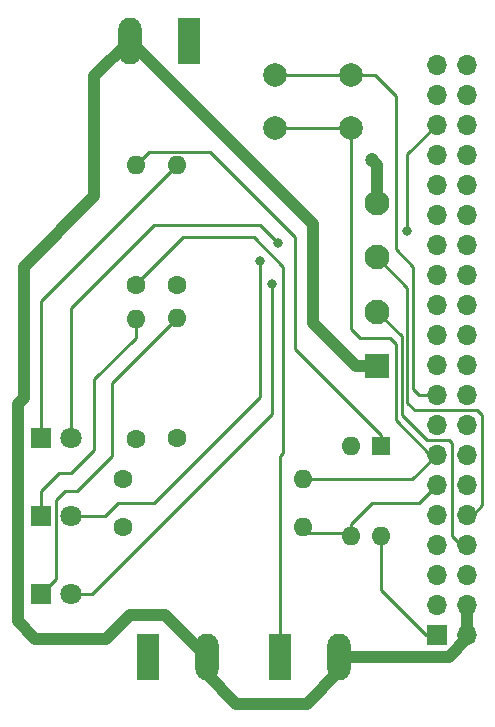
<source format=gtl>
G04 #@! TF.GenerationSoftware,KiCad,Pcbnew,(6.0.7-1)-1*
G04 #@! TF.CreationDate,2022-10-15T14:15:15+02:00*
G04 #@! TF.ProjectId,PicoWeather,5069636f-5765-4617-9468-65722e6b6963,rev?*
G04 #@! TF.SameCoordinates,Original*
G04 #@! TF.FileFunction,Copper,L1,Top*
G04 #@! TF.FilePolarity,Positive*
%FSLAX46Y46*%
G04 Gerber Fmt 4.6, Leading zero omitted, Abs format (unit mm)*
G04 Created by KiCad (PCBNEW (6.0.7-1)-1) date 2022-10-15 14:15:15*
%MOMM*%
%LPD*%
G01*
G04 APERTURE LIST*
G04 Aperture macros list*
%AMRoundRect*
0 Rectangle with rounded corners*
0 $1 Rounding radius*
0 $2 $3 $4 $5 $6 $7 $8 $9 X,Y pos of 4 corners*
0 Add a 4 corners polygon primitive as box body*
4,1,4,$2,$3,$4,$5,$6,$7,$8,$9,$2,$3,0*
0 Add four circle primitives for the rounded corners*
1,1,$1+$1,$2,$3*
1,1,$1+$1,$4,$5*
1,1,$1+$1,$6,$7*
1,1,$1+$1,$8,$9*
0 Add four rect primitives between the rounded corners*
20,1,$1+$1,$2,$3,$4,$5,0*
20,1,$1+$1,$4,$5,$6,$7,0*
20,1,$1+$1,$6,$7,$8,$9,0*
20,1,$1+$1,$8,$9,$2,$3,0*%
G04 Aperture macros list end*
G04 #@! TA.AperFunction,ComponentPad*
%ADD10C,1.600000*%
G04 #@! TD*
G04 #@! TA.AperFunction,ComponentPad*
%ADD11O,1.600000X1.600000*%
G04 #@! TD*
G04 #@! TA.AperFunction,ComponentPad*
%ADD12R,1.800000X1.800000*%
G04 #@! TD*
G04 #@! TA.AperFunction,ComponentPad*
%ADD13C,1.800000*%
G04 #@! TD*
G04 #@! TA.AperFunction,ComponentPad*
%ADD14R,1.600000X1.600000*%
G04 #@! TD*
G04 #@! TA.AperFunction,ComponentPad*
%ADD15R,1.980000X3.960000*%
G04 #@! TD*
G04 #@! TA.AperFunction,ComponentPad*
%ADD16O,1.980000X3.960000*%
G04 #@! TD*
G04 #@! TA.AperFunction,ComponentPad*
%ADD17C,2.000000*%
G04 #@! TD*
G04 #@! TA.AperFunction,ComponentPad*
%ADD18R,1.700000X1.700000*%
G04 #@! TD*
G04 #@! TA.AperFunction,ComponentPad*
%ADD19O,1.700000X1.700000*%
G04 #@! TD*
G04 #@! TA.AperFunction,ComponentPad*
%ADD20RoundRect,0.250001X0.799999X-0.799999X0.799999X0.799999X-0.799999X0.799999X-0.799999X-0.799999X0*%
G04 #@! TD*
G04 #@! TA.AperFunction,ComponentPad*
%ADD21C,2.100000*%
G04 #@! TD*
G04 #@! TA.AperFunction,ViaPad*
%ADD22C,0.800000*%
G04 #@! TD*
G04 #@! TA.AperFunction,ViaPad*
%ADD23C,1.200000*%
G04 #@! TD*
G04 #@! TA.AperFunction,Conductor*
%ADD24C,0.250000*%
G04 #@! TD*
G04 #@! TA.AperFunction,Conductor*
%ADD25C,1.000000*%
G04 #@! TD*
G04 APERTURE END LIST*
D10*
X68380000Y-97500000D03*
D11*
X83620000Y-97500000D03*
D12*
X61500000Y-103208000D03*
D13*
X64040000Y-103208000D03*
D14*
X90275000Y-90700000D03*
D11*
X87735000Y-90700000D03*
X87735000Y-98320000D03*
X90275000Y-98320000D03*
D15*
X70500000Y-108500000D03*
D16*
X75500000Y-108500000D03*
D10*
X68380000Y-93500000D03*
D11*
X83620000Y-93500000D03*
D15*
X81735000Y-108500000D03*
D16*
X86735000Y-108500000D03*
D12*
X61500000Y-96604000D03*
D13*
X64040000Y-96604000D03*
D12*
X61500000Y-90000000D03*
D13*
X64040000Y-90000000D03*
D17*
X81250000Y-59250000D03*
X87750000Y-59250000D03*
X81250000Y-63750000D03*
X87750000Y-63750000D03*
D10*
X73000000Y-90000000D03*
D11*
X73000000Y-79840000D03*
D18*
X95000000Y-106650000D03*
D19*
X97540000Y-106650000D03*
X95000000Y-104110000D03*
X97540000Y-104110000D03*
X95000000Y-101570000D03*
X97540000Y-101570000D03*
X95000000Y-99030000D03*
X97540000Y-99030000D03*
X95000000Y-96490000D03*
X97540000Y-96490000D03*
X95000000Y-93950000D03*
X97540000Y-93950000D03*
X95000000Y-91410000D03*
X97540000Y-91410000D03*
X95000000Y-88870000D03*
X97540000Y-88870000D03*
X95000000Y-86330000D03*
X97540000Y-86330000D03*
X95000000Y-83790000D03*
X97540000Y-83790000D03*
X95000000Y-81250000D03*
X97540000Y-81250000D03*
X95000000Y-78710000D03*
X97540000Y-78710000D03*
X95000000Y-76170000D03*
X97540000Y-76170000D03*
X95000000Y-73630000D03*
X97540000Y-73630000D03*
X95000000Y-71090000D03*
X97540000Y-71090000D03*
X95000000Y-68550000D03*
X97540000Y-68550000D03*
X95000000Y-66010000D03*
X97540000Y-66010000D03*
X95000000Y-63470000D03*
X97540000Y-63470000D03*
X95000000Y-60930000D03*
X97540000Y-60930000D03*
X95000000Y-58390000D03*
X97540000Y-58390000D03*
D10*
X69500000Y-90080000D03*
D11*
X69500000Y-79920000D03*
D10*
X69500000Y-77080000D03*
D11*
X69500000Y-66920000D03*
D15*
X74000000Y-56372000D03*
D16*
X69000000Y-56372000D03*
D10*
X73000000Y-77080000D03*
D11*
X73000000Y-66920000D03*
D20*
X89925000Y-83900000D03*
D21*
X89925000Y-79300000D03*
X89925000Y-74700000D03*
X89925000Y-70100000D03*
D22*
X81500000Y-73500000D03*
X80000000Y-75000000D03*
X92500000Y-72500000D03*
X81000000Y-77000000D03*
D23*
X89500000Y-66500000D03*
D24*
X61500000Y-78420000D02*
X73000000Y-66920000D01*
X61500000Y-90000000D02*
X61500000Y-78420000D01*
X80000000Y-72000000D02*
X71000000Y-72000000D01*
X64040000Y-78960000D02*
X64040000Y-90000000D01*
X81500000Y-73500000D02*
X80000000Y-72000000D01*
X71000000Y-72000000D02*
X64040000Y-78960000D01*
X66000000Y-85000000D02*
X66000000Y-91000000D01*
X64000000Y-93000000D02*
X62965901Y-93000000D01*
X62965901Y-93000000D02*
X61500000Y-94465901D01*
X69500000Y-81500000D02*
X66000000Y-85000000D01*
X66000000Y-91000000D02*
X64000000Y-93000000D01*
X69500000Y-79920000D02*
X69500000Y-81500000D01*
X61500000Y-96604000D02*
X61500000Y-94465901D01*
X66896000Y-96604000D02*
X64040000Y-96604000D01*
X80000000Y-86500000D02*
X71000000Y-95500000D01*
X71000000Y-95500000D02*
X68000000Y-95500000D01*
X80000000Y-75000000D02*
X80000000Y-86500000D01*
X68000000Y-95500000D02*
X66896000Y-96604000D01*
X62782419Y-95217581D02*
X62782419Y-101925581D01*
X61500000Y-103208000D02*
X62782419Y-101925581D01*
X64500000Y-94500000D02*
X63500000Y-94500000D01*
X63500000Y-94500000D02*
X62782419Y-95217581D01*
X73000000Y-79840000D02*
X67500000Y-85340000D01*
X67500000Y-91500000D02*
X64500000Y-94500000D01*
X67500000Y-85340000D02*
X67500000Y-91500000D01*
X81000000Y-77000000D02*
X81000000Y-88000000D01*
X92500000Y-72500000D02*
X92500000Y-65970000D01*
X92500000Y-65970000D02*
X95000000Y-63470000D01*
X65792000Y-103208000D02*
X64040000Y-103208000D01*
X81000000Y-88000000D02*
X65792000Y-103208000D01*
D25*
X89925000Y-66925000D02*
X89925000Y-70100000D01*
X89500000Y-66500000D02*
X89925000Y-66925000D01*
X86735000Y-109765000D02*
X86735000Y-108500000D01*
X97540000Y-106960000D02*
X96000000Y-108500000D01*
X69000000Y-56372000D02*
X66000000Y-59372000D01*
X61000000Y-107000000D02*
X67000000Y-107000000D01*
X75500000Y-110000000D02*
X78000000Y-112500000D01*
X59500000Y-105500000D02*
X61000000Y-107000000D01*
X84500000Y-71872000D02*
X84500000Y-80250000D01*
X96000000Y-108500000D02*
X86735000Y-108500000D01*
X66000000Y-59372000D02*
X66000000Y-69500000D01*
X78000000Y-112500000D02*
X84000000Y-112500000D01*
X72000000Y-105000000D02*
X75500000Y-108500000D01*
X75500000Y-108500000D02*
X75500000Y-110000000D01*
X69000000Y-56372000D02*
X84500000Y-71872000D01*
X67000000Y-107000000D02*
X69000000Y-105000000D01*
X97540000Y-106650000D02*
X97540000Y-106960000D01*
X60000000Y-75500000D02*
X60000000Y-86650000D01*
X60000000Y-86650000D02*
X59500000Y-87150000D01*
X84500000Y-80250000D02*
X88150000Y-83900000D01*
X88150000Y-83900000D02*
X89925000Y-83900000D01*
X66000000Y-69500000D02*
X60000000Y-75500000D01*
X97540000Y-106650000D02*
X97540000Y-104110000D01*
X59500000Y-87150000D02*
X59500000Y-105500000D01*
X84000000Y-112500000D02*
X86735000Y-109765000D01*
X69000000Y-105000000D02*
X72000000Y-105000000D01*
D24*
X81736266Y-91500000D02*
X81736266Y-108498734D01*
X73500000Y-73000000D02*
X79500000Y-73000000D01*
X69500000Y-77080000D02*
X69500000Y-77000000D01*
X81736266Y-108498734D02*
X81735000Y-108500000D01*
X69500000Y-77000000D02*
X73500000Y-73000000D01*
X82000000Y-75500000D02*
X82000000Y-91236266D01*
X82000000Y-91236266D02*
X81736266Y-91500000D01*
X79500000Y-73000000D02*
X82000000Y-75500000D01*
X97540000Y-99030000D02*
X97030000Y-99030000D01*
X96007330Y-90140801D02*
X94124950Y-90140801D01*
X92000000Y-81375000D02*
X89925000Y-79300000D01*
X92000000Y-88015851D02*
X92000000Y-81375000D01*
X94124950Y-90140801D02*
X92000000Y-88015851D01*
X96268558Y-90402029D02*
X96007330Y-90140801D01*
X96268558Y-98268558D02*
X96268558Y-90402029D01*
X97030000Y-99030000D02*
X96268558Y-98268558D01*
X98369846Y-87602413D02*
X98841556Y-88074123D01*
X98841556Y-95673444D02*
X98025000Y-96490000D01*
X92500000Y-77275000D02*
X92500000Y-87000000D01*
X98025000Y-96490000D02*
X97540000Y-96490000D01*
X89925000Y-74700000D02*
X92500000Y-77275000D01*
X93102413Y-87602413D02*
X98369846Y-87602413D01*
X98841556Y-88074123D02*
X98841556Y-95673444D01*
X92500000Y-87000000D02*
X93102413Y-87602413D01*
X93000000Y-75500000D02*
X91500000Y-74000000D01*
X89750000Y-59250000D02*
X87750000Y-59250000D01*
X91500000Y-74000000D02*
X91500000Y-61000000D01*
X93466396Y-86330000D02*
X93000000Y-85863604D01*
X95000000Y-86330000D02*
X93466396Y-86330000D01*
X90275000Y-102850000D02*
X94075000Y-106650000D01*
X94075000Y-106650000D02*
X95000000Y-106650000D01*
X90275000Y-98320000D02*
X90275000Y-102850000D01*
X93000000Y-85863604D02*
X93000000Y-75500000D01*
X91500000Y-61000000D02*
X89750000Y-59250000D01*
X81250000Y-59250000D02*
X87750000Y-59250000D01*
X87735000Y-98320000D02*
X87735000Y-97265000D01*
X84120000Y-98000000D02*
X87415000Y-98000000D01*
X89500000Y-95500000D02*
X93450000Y-95500000D01*
X87735000Y-97265000D02*
X89500000Y-95500000D01*
X83620000Y-97500000D02*
X84120000Y-98000000D01*
X93450000Y-95500000D02*
X95000000Y-93950000D01*
X87415000Y-98000000D02*
X87735000Y-98320000D01*
X83620000Y-93500000D02*
X92910000Y-93500000D01*
X91000000Y-81500000D02*
X91500000Y-82000000D01*
X87750000Y-63750000D02*
X81250000Y-63750000D01*
X88500000Y-81500000D02*
X91000000Y-81500000D01*
X91500000Y-82000000D02*
X91500000Y-88500000D01*
X91500000Y-88500000D02*
X94410000Y-91410000D01*
X94410000Y-91410000D02*
X95000000Y-91410000D01*
X87750000Y-63750000D02*
X87750000Y-80750000D01*
X92910000Y-93500000D02*
X95000000Y-91410000D01*
X87750000Y-80750000D02*
X88500000Y-81500000D01*
X90275000Y-89775000D02*
X83000000Y-82500000D01*
X70625000Y-65795000D02*
X69500000Y-66920000D01*
X83000000Y-82500000D02*
X83000000Y-73000000D01*
X75795000Y-65795000D02*
X70625000Y-65795000D01*
X90275000Y-90700000D02*
X90275000Y-89775000D01*
X83000000Y-73000000D02*
X75795000Y-65795000D01*
M02*

</source>
